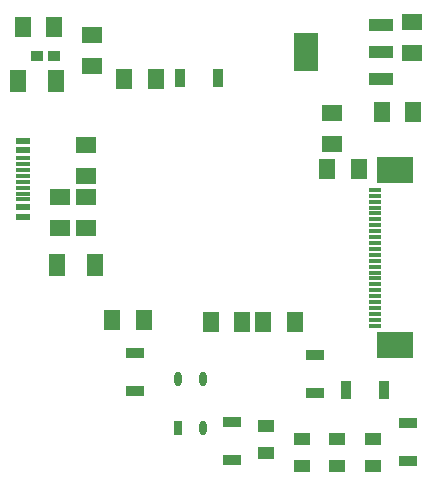
<source format=gtp>
G04*
G04 #@! TF.GenerationSoftware,Altium Limited,Altium Designer,22.5.1 (42)*
G04*
G04 Layer_Color=8421504*
%FSLAX44Y44*%
%MOMM*%
G71*
G04*
G04 #@! TF.SameCoordinates,0A4DFAF1-6218-4570-9C88-57A128791E20*
G04*
G04*
G04 #@! TF.FilePolarity,Positive*
G04*
G01*
G75*
%ADD19O,0.6500X1.2500*%
%ADD20R,0.6500X1.2500*%
%ADD21R,1.6500X0.9000*%
%ADD22R,1.1500X0.6000*%
%ADD23R,1.1500X0.3000*%
%ADD24R,1.8200X1.4400*%
%ADD25R,0.9000X1.6500*%
%ADD26R,1.4000X1.0000*%
%ADD27R,1.1000X0.3000*%
%ADD28R,3.1000X2.3000*%
G04:AMPARAMS|DCode=29|XSize=3.25mm|YSize=2.05mm|CornerRadius=0.0513mm|HoleSize=0mm|Usage=FLASHONLY|Rotation=270.000|XOffset=0mm|YOffset=0mm|HoleType=Round|Shape=RoundedRectangle|*
%AMROUNDEDRECTD29*
21,1,3.2500,1.9475,0,0,270.0*
21,1,3.1475,2.0500,0,0,270.0*
1,1,0.1025,-0.9738,-1.5738*
1,1,0.1025,-0.9738,1.5738*
1,1,0.1025,0.9738,1.5738*
1,1,0.1025,0.9738,-1.5738*
%
%ADD29ROUNDEDRECTD29*%
G04:AMPARAMS|DCode=30|XSize=1mm|YSize=2.05mm|CornerRadius=0.05mm|HoleSize=0mm|Usage=FLASHONLY|Rotation=270.000|XOffset=0mm|YOffset=0mm|HoleType=Round|Shape=RoundedRectangle|*
%AMROUNDEDRECTD30*
21,1,1.0000,1.9500,0,0,270.0*
21,1,0.9000,2.0500,0,0,270.0*
1,1,0.1000,-0.9750,-0.4500*
1,1,0.1000,-0.9750,0.4500*
1,1,0.1000,0.9750,0.4500*
1,1,0.1000,0.9750,-0.4500*
%
%ADD30ROUNDEDRECTD30*%
%ADD31R,1.3500X1.9000*%
%ADD32R,1.4400X1.8200*%
%ADD33R,1.0000X0.9700*%
D19*
X228340Y58172D02*
D03*
X206840Y99672D02*
D03*
X228340D02*
D03*
D20*
X206840Y58172D02*
D03*
D21*
X253254Y63404D02*
D03*
Y31104D02*
D03*
X170746Y121896D02*
D03*
Y89596D02*
D03*
X402000Y30700D02*
D03*
Y63000D02*
D03*
X323000Y120000D02*
D03*
Y87700D02*
D03*
D22*
X76346Y237379D02*
D03*
Y301379D02*
D03*
Y245379D02*
D03*
Y293379D02*
D03*
D23*
Y251879D02*
D03*
Y256879D02*
D03*
Y261879D02*
D03*
Y266879D02*
D03*
Y271879D02*
D03*
Y276879D02*
D03*
Y281879D02*
D03*
Y286879D02*
D03*
D24*
X107000Y227640D02*
D03*
Y254360D02*
D03*
X338000Y298640D02*
D03*
Y325360D02*
D03*
X134000Y391360D02*
D03*
Y364640D02*
D03*
X129000Y271640D02*
D03*
Y298360D02*
D03*
X405000Y402360D02*
D03*
Y375640D02*
D03*
X129000Y254360D02*
D03*
Y227640D02*
D03*
D25*
X381896Y90254D02*
D03*
X349596D02*
D03*
X209104Y354746D02*
D03*
X241404D02*
D03*
D26*
X342000Y49430D02*
D03*
Y26570D02*
D03*
X282000Y37570D02*
D03*
Y60430D02*
D03*
X372000Y49430D02*
D03*
Y26570D02*
D03*
X312000Y49430D02*
D03*
Y26570D02*
D03*
D27*
X373721Y260000D02*
D03*
Y255000D02*
D03*
Y250000D02*
D03*
Y245000D02*
D03*
Y240000D02*
D03*
Y235000D02*
D03*
Y230000D02*
D03*
Y225000D02*
D03*
Y220000D02*
D03*
Y215000D02*
D03*
Y210000D02*
D03*
Y205000D02*
D03*
Y200000D02*
D03*
Y195000D02*
D03*
Y190000D02*
D03*
Y185000D02*
D03*
Y180000D02*
D03*
Y175000D02*
D03*
Y170000D02*
D03*
Y165000D02*
D03*
Y160000D02*
D03*
Y155000D02*
D03*
Y150000D02*
D03*
Y145000D02*
D03*
D28*
X390721Y128300D02*
D03*
Y276700D02*
D03*
D29*
X315250Y377000D02*
D03*
D30*
X378750Y400000D02*
D03*
Y377000D02*
D03*
Y354000D02*
D03*
D31*
X137000Y196000D02*
D03*
X105000D02*
D03*
X104000Y352000D02*
D03*
X72000D02*
D03*
D32*
X360360Y278000D02*
D03*
X333640D02*
D03*
X102360Y398000D02*
D03*
X75640D02*
D03*
X188360Y354000D02*
D03*
X161640D02*
D03*
X379640Y326000D02*
D03*
X406360D02*
D03*
X261720Y148000D02*
D03*
X235000D02*
D03*
X306011Y148011D02*
D03*
X279291D02*
D03*
X178360Y150000D02*
D03*
X151640D02*
D03*
D33*
X87650Y373000D02*
D03*
X102350D02*
D03*
M02*

</source>
